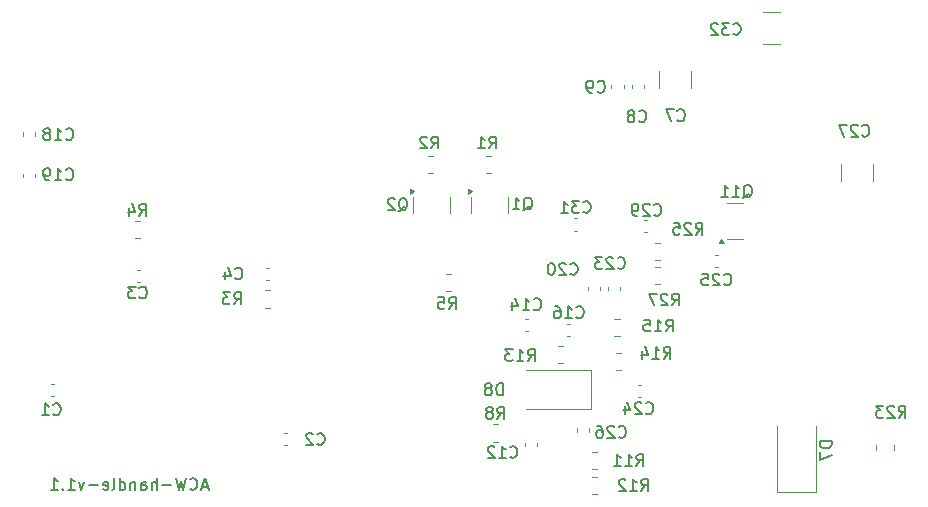
<source format=gbr>
%TF.GenerationSoftware,KiCad,Pcbnew,8.0.1-8.0.1-1~ubuntu22.04.1*%
%TF.CreationDate,2024-04-06T20:30:09+03:00*%
%TF.ProjectId,handle-module,68616e64-6c65-42d6-9d6f-64756c652e6b,rev?*%
%TF.SameCoordinates,Original*%
%TF.FileFunction,Legend,Bot*%
%TF.FilePolarity,Positive*%
%FSLAX46Y46*%
G04 Gerber Fmt 4.6, Leading zero omitted, Abs format (unit mm)*
G04 Created by KiCad (PCBNEW 8.0.1-8.0.1-1~ubuntu22.04.1) date 2024-04-06 20:30:09*
%MOMM*%
%LPD*%
G01*
G04 APERTURE LIST*
%ADD10C,0.150000*%
%ADD11C,0.120000*%
G04 APERTURE END LIST*
D10*
X75610839Y-118784104D02*
X75134649Y-118784104D01*
X75706077Y-119069819D02*
X75372744Y-118069819D01*
X75372744Y-118069819D02*
X75039411Y-119069819D01*
X74134649Y-118974580D02*
X74182268Y-119022200D01*
X74182268Y-119022200D02*
X74325125Y-119069819D01*
X74325125Y-119069819D02*
X74420363Y-119069819D01*
X74420363Y-119069819D02*
X74563220Y-119022200D01*
X74563220Y-119022200D02*
X74658458Y-118926961D01*
X74658458Y-118926961D02*
X74706077Y-118831723D01*
X74706077Y-118831723D02*
X74753696Y-118641247D01*
X74753696Y-118641247D02*
X74753696Y-118498390D01*
X74753696Y-118498390D02*
X74706077Y-118307914D01*
X74706077Y-118307914D02*
X74658458Y-118212676D01*
X74658458Y-118212676D02*
X74563220Y-118117438D01*
X74563220Y-118117438D02*
X74420363Y-118069819D01*
X74420363Y-118069819D02*
X74325125Y-118069819D01*
X74325125Y-118069819D02*
X74182268Y-118117438D01*
X74182268Y-118117438D02*
X74134649Y-118165057D01*
X73801315Y-118069819D02*
X73563220Y-119069819D01*
X73563220Y-119069819D02*
X73372744Y-118355533D01*
X73372744Y-118355533D02*
X73182268Y-119069819D01*
X73182268Y-119069819D02*
X72944173Y-118069819D01*
X72563220Y-118688866D02*
X71801316Y-118688866D01*
X71325125Y-119069819D02*
X71325125Y-118069819D01*
X70896554Y-119069819D02*
X70896554Y-118546009D01*
X70896554Y-118546009D02*
X70944173Y-118450771D01*
X70944173Y-118450771D02*
X71039411Y-118403152D01*
X71039411Y-118403152D02*
X71182268Y-118403152D01*
X71182268Y-118403152D02*
X71277506Y-118450771D01*
X71277506Y-118450771D02*
X71325125Y-118498390D01*
X69991792Y-119069819D02*
X69991792Y-118546009D01*
X69991792Y-118546009D02*
X70039411Y-118450771D01*
X70039411Y-118450771D02*
X70134649Y-118403152D01*
X70134649Y-118403152D02*
X70325125Y-118403152D01*
X70325125Y-118403152D02*
X70420363Y-118450771D01*
X69991792Y-119022200D02*
X70087030Y-119069819D01*
X70087030Y-119069819D02*
X70325125Y-119069819D01*
X70325125Y-119069819D02*
X70420363Y-119022200D01*
X70420363Y-119022200D02*
X70467982Y-118926961D01*
X70467982Y-118926961D02*
X70467982Y-118831723D01*
X70467982Y-118831723D02*
X70420363Y-118736485D01*
X70420363Y-118736485D02*
X70325125Y-118688866D01*
X70325125Y-118688866D02*
X70087030Y-118688866D01*
X70087030Y-118688866D02*
X69991792Y-118641247D01*
X69515601Y-118403152D02*
X69515601Y-119069819D01*
X69515601Y-118498390D02*
X69467982Y-118450771D01*
X69467982Y-118450771D02*
X69372744Y-118403152D01*
X69372744Y-118403152D02*
X69229887Y-118403152D01*
X69229887Y-118403152D02*
X69134649Y-118450771D01*
X69134649Y-118450771D02*
X69087030Y-118546009D01*
X69087030Y-118546009D02*
X69087030Y-119069819D01*
X68182268Y-119069819D02*
X68182268Y-118069819D01*
X68182268Y-119022200D02*
X68277506Y-119069819D01*
X68277506Y-119069819D02*
X68467982Y-119069819D01*
X68467982Y-119069819D02*
X68563220Y-119022200D01*
X68563220Y-119022200D02*
X68610839Y-118974580D01*
X68610839Y-118974580D02*
X68658458Y-118879342D01*
X68658458Y-118879342D02*
X68658458Y-118593628D01*
X68658458Y-118593628D02*
X68610839Y-118498390D01*
X68610839Y-118498390D02*
X68563220Y-118450771D01*
X68563220Y-118450771D02*
X68467982Y-118403152D01*
X68467982Y-118403152D02*
X68277506Y-118403152D01*
X68277506Y-118403152D02*
X68182268Y-118450771D01*
X67563220Y-119069819D02*
X67658458Y-119022200D01*
X67658458Y-119022200D02*
X67706077Y-118926961D01*
X67706077Y-118926961D02*
X67706077Y-118069819D01*
X66801315Y-119022200D02*
X66896553Y-119069819D01*
X66896553Y-119069819D02*
X67087029Y-119069819D01*
X67087029Y-119069819D02*
X67182267Y-119022200D01*
X67182267Y-119022200D02*
X67229886Y-118926961D01*
X67229886Y-118926961D02*
X67229886Y-118546009D01*
X67229886Y-118546009D02*
X67182267Y-118450771D01*
X67182267Y-118450771D02*
X67087029Y-118403152D01*
X67087029Y-118403152D02*
X66896553Y-118403152D01*
X66896553Y-118403152D02*
X66801315Y-118450771D01*
X66801315Y-118450771D02*
X66753696Y-118546009D01*
X66753696Y-118546009D02*
X66753696Y-118641247D01*
X66753696Y-118641247D02*
X67229886Y-118736485D01*
X66325124Y-118688866D02*
X65563220Y-118688866D01*
X65182267Y-118403152D02*
X64944172Y-119069819D01*
X64944172Y-119069819D02*
X64706077Y-118403152D01*
X63801315Y-119069819D02*
X64372743Y-119069819D01*
X64087029Y-119069819D02*
X64087029Y-118069819D01*
X64087029Y-118069819D02*
X64182267Y-118212676D01*
X64182267Y-118212676D02*
X64277505Y-118307914D01*
X64277505Y-118307914D02*
X64372743Y-118355533D01*
X63372743Y-118974580D02*
X63325124Y-119022200D01*
X63325124Y-119022200D02*
X63372743Y-119069819D01*
X63372743Y-119069819D02*
X63420362Y-119022200D01*
X63420362Y-119022200D02*
X63372743Y-118974580D01*
X63372743Y-118974580D02*
X63372743Y-119069819D01*
X62372744Y-119069819D02*
X62944172Y-119069819D01*
X62658458Y-119069819D02*
X62658458Y-118069819D01*
X62658458Y-118069819D02*
X62753696Y-118212676D01*
X62753696Y-118212676D02*
X62848934Y-118307914D01*
X62848934Y-118307914D02*
X62944172Y-118355533D01*
X114933344Y-103454819D02*
X115266677Y-102978628D01*
X115504772Y-103454819D02*
X115504772Y-102454819D01*
X115504772Y-102454819D02*
X115123820Y-102454819D01*
X115123820Y-102454819D02*
X115028582Y-102502438D01*
X115028582Y-102502438D02*
X114980963Y-102550057D01*
X114980963Y-102550057D02*
X114933344Y-102645295D01*
X114933344Y-102645295D02*
X114933344Y-102788152D01*
X114933344Y-102788152D02*
X114980963Y-102883390D01*
X114980963Y-102883390D02*
X115028582Y-102931009D01*
X115028582Y-102931009D02*
X115123820Y-102978628D01*
X115123820Y-102978628D02*
X115504772Y-102978628D01*
X114552391Y-102550057D02*
X114504772Y-102502438D01*
X114504772Y-102502438D02*
X114409534Y-102454819D01*
X114409534Y-102454819D02*
X114171439Y-102454819D01*
X114171439Y-102454819D02*
X114076201Y-102502438D01*
X114076201Y-102502438D02*
X114028582Y-102550057D01*
X114028582Y-102550057D02*
X113980963Y-102645295D01*
X113980963Y-102645295D02*
X113980963Y-102740533D01*
X113980963Y-102740533D02*
X114028582Y-102883390D01*
X114028582Y-102883390D02*
X114600010Y-103454819D01*
X114600010Y-103454819D02*
X113980963Y-103454819D01*
X113647629Y-102454819D02*
X112980963Y-102454819D01*
X112980963Y-102454819D02*
X113409534Y-103454819D01*
X91785725Y-95475057D02*
X91880963Y-95427438D01*
X91880963Y-95427438D02*
X91976201Y-95332200D01*
X91976201Y-95332200D02*
X92119058Y-95189342D01*
X92119058Y-95189342D02*
X92214296Y-95141723D01*
X92214296Y-95141723D02*
X92309534Y-95141723D01*
X92261915Y-95379819D02*
X92357153Y-95332200D01*
X92357153Y-95332200D02*
X92452391Y-95236961D01*
X92452391Y-95236961D02*
X92500010Y-95046485D01*
X92500010Y-95046485D02*
X92500010Y-94713152D01*
X92500010Y-94713152D02*
X92452391Y-94522676D01*
X92452391Y-94522676D02*
X92357153Y-94427438D01*
X92357153Y-94427438D02*
X92261915Y-94379819D01*
X92261915Y-94379819D02*
X92071439Y-94379819D01*
X92071439Y-94379819D02*
X91976201Y-94427438D01*
X91976201Y-94427438D02*
X91880963Y-94522676D01*
X91880963Y-94522676D02*
X91833344Y-94713152D01*
X91833344Y-94713152D02*
X91833344Y-95046485D01*
X91833344Y-95046485D02*
X91880963Y-95236961D01*
X91880963Y-95236961D02*
X91976201Y-95332200D01*
X91976201Y-95332200D02*
X92071439Y-95379819D01*
X92071439Y-95379819D02*
X92261915Y-95379819D01*
X91452391Y-94475057D02*
X91404772Y-94427438D01*
X91404772Y-94427438D02*
X91309534Y-94379819D01*
X91309534Y-94379819D02*
X91071439Y-94379819D01*
X91071439Y-94379819D02*
X90976201Y-94427438D01*
X90976201Y-94427438D02*
X90928582Y-94475057D01*
X90928582Y-94475057D02*
X90880963Y-94570295D01*
X90880963Y-94570295D02*
X90880963Y-94665533D01*
X90880963Y-94665533D02*
X90928582Y-94808390D01*
X90928582Y-94808390D02*
X91500010Y-95379819D01*
X91500010Y-95379819D02*
X90880963Y-95379819D01*
X63633344Y-92759580D02*
X63680963Y-92807200D01*
X63680963Y-92807200D02*
X63823820Y-92854819D01*
X63823820Y-92854819D02*
X63919058Y-92854819D01*
X63919058Y-92854819D02*
X64061915Y-92807200D01*
X64061915Y-92807200D02*
X64157153Y-92711961D01*
X64157153Y-92711961D02*
X64204772Y-92616723D01*
X64204772Y-92616723D02*
X64252391Y-92426247D01*
X64252391Y-92426247D02*
X64252391Y-92283390D01*
X64252391Y-92283390D02*
X64204772Y-92092914D01*
X64204772Y-92092914D02*
X64157153Y-91997676D01*
X64157153Y-91997676D02*
X64061915Y-91902438D01*
X64061915Y-91902438D02*
X63919058Y-91854819D01*
X63919058Y-91854819D02*
X63823820Y-91854819D01*
X63823820Y-91854819D02*
X63680963Y-91902438D01*
X63680963Y-91902438D02*
X63633344Y-91950057D01*
X62680963Y-92854819D02*
X63252391Y-92854819D01*
X62966677Y-92854819D02*
X62966677Y-91854819D01*
X62966677Y-91854819D02*
X63061915Y-91997676D01*
X63061915Y-91997676D02*
X63157153Y-92092914D01*
X63157153Y-92092914D02*
X63252391Y-92140533D01*
X62204772Y-92854819D02*
X62014296Y-92854819D01*
X62014296Y-92854819D02*
X61919058Y-92807200D01*
X61919058Y-92807200D02*
X61871439Y-92759580D01*
X61871439Y-92759580D02*
X61776201Y-92616723D01*
X61776201Y-92616723D02*
X61728582Y-92426247D01*
X61728582Y-92426247D02*
X61728582Y-92045295D01*
X61728582Y-92045295D02*
X61776201Y-91950057D01*
X61776201Y-91950057D02*
X61823820Y-91902438D01*
X61823820Y-91902438D02*
X61919058Y-91854819D01*
X61919058Y-91854819D02*
X62109534Y-91854819D01*
X62109534Y-91854819D02*
X62204772Y-91902438D01*
X62204772Y-91902438D02*
X62252391Y-91950057D01*
X62252391Y-91950057D02*
X62300010Y-92045295D01*
X62300010Y-92045295D02*
X62300010Y-92283390D01*
X62300010Y-92283390D02*
X62252391Y-92378628D01*
X62252391Y-92378628D02*
X62204772Y-92426247D01*
X62204772Y-92426247D02*
X62109534Y-92473866D01*
X62109534Y-92473866D02*
X61919058Y-92473866D01*
X61919058Y-92473866D02*
X61823820Y-92426247D01*
X61823820Y-92426247D02*
X61776201Y-92378628D01*
X61776201Y-92378628D02*
X61728582Y-92283390D01*
X114233344Y-107954819D02*
X114566677Y-107478628D01*
X114804772Y-107954819D02*
X114804772Y-106954819D01*
X114804772Y-106954819D02*
X114423820Y-106954819D01*
X114423820Y-106954819D02*
X114328582Y-107002438D01*
X114328582Y-107002438D02*
X114280963Y-107050057D01*
X114280963Y-107050057D02*
X114233344Y-107145295D01*
X114233344Y-107145295D02*
X114233344Y-107288152D01*
X114233344Y-107288152D02*
X114280963Y-107383390D01*
X114280963Y-107383390D02*
X114328582Y-107431009D01*
X114328582Y-107431009D02*
X114423820Y-107478628D01*
X114423820Y-107478628D02*
X114804772Y-107478628D01*
X113280963Y-107954819D02*
X113852391Y-107954819D01*
X113566677Y-107954819D02*
X113566677Y-106954819D01*
X113566677Y-106954819D02*
X113661915Y-107097676D01*
X113661915Y-107097676D02*
X113757153Y-107192914D01*
X113757153Y-107192914D02*
X113852391Y-107240533D01*
X112423820Y-107288152D02*
X112423820Y-107954819D01*
X112661915Y-106907200D02*
X112900010Y-107621485D01*
X112900010Y-107621485D02*
X112280963Y-107621485D01*
X115407153Y-87759580D02*
X115454772Y-87807200D01*
X115454772Y-87807200D02*
X115597629Y-87854819D01*
X115597629Y-87854819D02*
X115692867Y-87854819D01*
X115692867Y-87854819D02*
X115835724Y-87807200D01*
X115835724Y-87807200D02*
X115930962Y-87711961D01*
X115930962Y-87711961D02*
X115978581Y-87616723D01*
X115978581Y-87616723D02*
X116026200Y-87426247D01*
X116026200Y-87426247D02*
X116026200Y-87283390D01*
X116026200Y-87283390D02*
X115978581Y-87092914D01*
X115978581Y-87092914D02*
X115930962Y-86997676D01*
X115930962Y-86997676D02*
X115835724Y-86902438D01*
X115835724Y-86902438D02*
X115692867Y-86854819D01*
X115692867Y-86854819D02*
X115597629Y-86854819D01*
X115597629Y-86854819D02*
X115454772Y-86902438D01*
X115454772Y-86902438D02*
X115407153Y-86950057D01*
X115073819Y-86854819D02*
X114407153Y-86854819D01*
X114407153Y-86854819D02*
X114835724Y-87854819D01*
X112330357Y-119154819D02*
X112663690Y-118678628D01*
X112901785Y-119154819D02*
X112901785Y-118154819D01*
X112901785Y-118154819D02*
X112520833Y-118154819D01*
X112520833Y-118154819D02*
X112425595Y-118202438D01*
X112425595Y-118202438D02*
X112377976Y-118250057D01*
X112377976Y-118250057D02*
X112330357Y-118345295D01*
X112330357Y-118345295D02*
X112330357Y-118488152D01*
X112330357Y-118488152D02*
X112377976Y-118583390D01*
X112377976Y-118583390D02*
X112425595Y-118631009D01*
X112425595Y-118631009D02*
X112520833Y-118678628D01*
X112520833Y-118678628D02*
X112901785Y-118678628D01*
X111377976Y-119154819D02*
X111949404Y-119154819D01*
X111663690Y-119154819D02*
X111663690Y-118154819D01*
X111663690Y-118154819D02*
X111758928Y-118297676D01*
X111758928Y-118297676D02*
X111854166Y-118392914D01*
X111854166Y-118392914D02*
X111949404Y-118440533D01*
X110997023Y-118250057D02*
X110949404Y-118202438D01*
X110949404Y-118202438D02*
X110854166Y-118154819D01*
X110854166Y-118154819D02*
X110616071Y-118154819D01*
X110616071Y-118154819D02*
X110520833Y-118202438D01*
X110520833Y-118202438D02*
X110473214Y-118250057D01*
X110473214Y-118250057D02*
X110425595Y-118345295D01*
X110425595Y-118345295D02*
X110425595Y-118440533D01*
X110425595Y-118440533D02*
X110473214Y-118583390D01*
X110473214Y-118583390D02*
X111044642Y-119154819D01*
X111044642Y-119154819D02*
X110425595Y-119154819D01*
X106333344Y-100759580D02*
X106380963Y-100807200D01*
X106380963Y-100807200D02*
X106523820Y-100854819D01*
X106523820Y-100854819D02*
X106619058Y-100854819D01*
X106619058Y-100854819D02*
X106761915Y-100807200D01*
X106761915Y-100807200D02*
X106857153Y-100711961D01*
X106857153Y-100711961D02*
X106904772Y-100616723D01*
X106904772Y-100616723D02*
X106952391Y-100426247D01*
X106952391Y-100426247D02*
X106952391Y-100283390D01*
X106952391Y-100283390D02*
X106904772Y-100092914D01*
X106904772Y-100092914D02*
X106857153Y-99997676D01*
X106857153Y-99997676D02*
X106761915Y-99902438D01*
X106761915Y-99902438D02*
X106619058Y-99854819D01*
X106619058Y-99854819D02*
X106523820Y-99854819D01*
X106523820Y-99854819D02*
X106380963Y-99902438D01*
X106380963Y-99902438D02*
X106333344Y-99950057D01*
X105952391Y-99950057D02*
X105904772Y-99902438D01*
X105904772Y-99902438D02*
X105809534Y-99854819D01*
X105809534Y-99854819D02*
X105571439Y-99854819D01*
X105571439Y-99854819D02*
X105476201Y-99902438D01*
X105476201Y-99902438D02*
X105428582Y-99950057D01*
X105428582Y-99950057D02*
X105380963Y-100045295D01*
X105380963Y-100045295D02*
X105380963Y-100140533D01*
X105380963Y-100140533D02*
X105428582Y-100283390D01*
X105428582Y-100283390D02*
X106000010Y-100854819D01*
X106000010Y-100854819D02*
X105380963Y-100854819D01*
X104761915Y-99854819D02*
X104666677Y-99854819D01*
X104666677Y-99854819D02*
X104571439Y-99902438D01*
X104571439Y-99902438D02*
X104523820Y-99950057D01*
X104523820Y-99950057D02*
X104476201Y-100045295D01*
X104476201Y-100045295D02*
X104428582Y-100235771D01*
X104428582Y-100235771D02*
X104428582Y-100473866D01*
X104428582Y-100473866D02*
X104476201Y-100664342D01*
X104476201Y-100664342D02*
X104523820Y-100759580D01*
X104523820Y-100759580D02*
X104571439Y-100807200D01*
X104571439Y-100807200D02*
X104666677Y-100854819D01*
X104666677Y-100854819D02*
X104761915Y-100854819D01*
X104761915Y-100854819D02*
X104857153Y-100807200D01*
X104857153Y-100807200D02*
X104904772Y-100759580D01*
X104904772Y-100759580D02*
X104952391Y-100664342D01*
X104952391Y-100664342D02*
X105000010Y-100473866D01*
X105000010Y-100473866D02*
X105000010Y-100235771D01*
X105000010Y-100235771D02*
X104952391Y-100045295D01*
X104952391Y-100045295D02*
X104904772Y-99950057D01*
X104904772Y-99950057D02*
X104857153Y-99902438D01*
X104857153Y-99902438D02*
X104761915Y-99854819D01*
X102355725Y-95412557D02*
X102450963Y-95364938D01*
X102450963Y-95364938D02*
X102546201Y-95269700D01*
X102546201Y-95269700D02*
X102689058Y-95126842D01*
X102689058Y-95126842D02*
X102784296Y-95079223D01*
X102784296Y-95079223D02*
X102879534Y-95079223D01*
X102831915Y-95317319D02*
X102927153Y-95269700D01*
X102927153Y-95269700D02*
X103022391Y-95174461D01*
X103022391Y-95174461D02*
X103070010Y-94983985D01*
X103070010Y-94983985D02*
X103070010Y-94650652D01*
X103070010Y-94650652D02*
X103022391Y-94460176D01*
X103022391Y-94460176D02*
X102927153Y-94364938D01*
X102927153Y-94364938D02*
X102831915Y-94317319D01*
X102831915Y-94317319D02*
X102641439Y-94317319D01*
X102641439Y-94317319D02*
X102546201Y-94364938D01*
X102546201Y-94364938D02*
X102450963Y-94460176D01*
X102450963Y-94460176D02*
X102403344Y-94650652D01*
X102403344Y-94650652D02*
X102403344Y-94983985D01*
X102403344Y-94983985D02*
X102450963Y-95174461D01*
X102450963Y-95174461D02*
X102546201Y-95269700D01*
X102546201Y-95269700D02*
X102641439Y-95317319D01*
X102641439Y-95317319D02*
X102831915Y-95317319D01*
X101450963Y-95317319D02*
X102022391Y-95317319D01*
X101736677Y-95317319D02*
X101736677Y-94317319D01*
X101736677Y-94317319D02*
X101831915Y-94460176D01*
X101831915Y-94460176D02*
X101927153Y-94555414D01*
X101927153Y-94555414D02*
X102022391Y-94603033D01*
X112733344Y-112559580D02*
X112780963Y-112607200D01*
X112780963Y-112607200D02*
X112923820Y-112654819D01*
X112923820Y-112654819D02*
X113019058Y-112654819D01*
X113019058Y-112654819D02*
X113161915Y-112607200D01*
X113161915Y-112607200D02*
X113257153Y-112511961D01*
X113257153Y-112511961D02*
X113304772Y-112416723D01*
X113304772Y-112416723D02*
X113352391Y-112226247D01*
X113352391Y-112226247D02*
X113352391Y-112083390D01*
X113352391Y-112083390D02*
X113304772Y-111892914D01*
X113304772Y-111892914D02*
X113257153Y-111797676D01*
X113257153Y-111797676D02*
X113161915Y-111702438D01*
X113161915Y-111702438D02*
X113019058Y-111654819D01*
X113019058Y-111654819D02*
X112923820Y-111654819D01*
X112923820Y-111654819D02*
X112780963Y-111702438D01*
X112780963Y-111702438D02*
X112733344Y-111750057D01*
X112352391Y-111750057D02*
X112304772Y-111702438D01*
X112304772Y-111702438D02*
X112209534Y-111654819D01*
X112209534Y-111654819D02*
X111971439Y-111654819D01*
X111971439Y-111654819D02*
X111876201Y-111702438D01*
X111876201Y-111702438D02*
X111828582Y-111750057D01*
X111828582Y-111750057D02*
X111780963Y-111845295D01*
X111780963Y-111845295D02*
X111780963Y-111940533D01*
X111780963Y-111940533D02*
X111828582Y-112083390D01*
X111828582Y-112083390D02*
X112400010Y-112654819D01*
X112400010Y-112654819D02*
X111780963Y-112654819D01*
X110923820Y-111988152D02*
X110923820Y-112654819D01*
X111161915Y-111607200D02*
X111400010Y-112321485D01*
X111400010Y-112321485D02*
X110780963Y-112321485D01*
X101233344Y-116259580D02*
X101280963Y-116307200D01*
X101280963Y-116307200D02*
X101423820Y-116354819D01*
X101423820Y-116354819D02*
X101519058Y-116354819D01*
X101519058Y-116354819D02*
X101661915Y-116307200D01*
X101661915Y-116307200D02*
X101757153Y-116211961D01*
X101757153Y-116211961D02*
X101804772Y-116116723D01*
X101804772Y-116116723D02*
X101852391Y-115926247D01*
X101852391Y-115926247D02*
X101852391Y-115783390D01*
X101852391Y-115783390D02*
X101804772Y-115592914D01*
X101804772Y-115592914D02*
X101757153Y-115497676D01*
X101757153Y-115497676D02*
X101661915Y-115402438D01*
X101661915Y-115402438D02*
X101519058Y-115354819D01*
X101519058Y-115354819D02*
X101423820Y-115354819D01*
X101423820Y-115354819D02*
X101280963Y-115402438D01*
X101280963Y-115402438D02*
X101233344Y-115450057D01*
X100280963Y-116354819D02*
X100852391Y-116354819D01*
X100566677Y-116354819D02*
X100566677Y-115354819D01*
X100566677Y-115354819D02*
X100661915Y-115497676D01*
X100661915Y-115497676D02*
X100757153Y-115592914D01*
X100757153Y-115592914D02*
X100852391Y-115640533D01*
X99900010Y-115450057D02*
X99852391Y-115402438D01*
X99852391Y-115402438D02*
X99757153Y-115354819D01*
X99757153Y-115354819D02*
X99519058Y-115354819D01*
X99519058Y-115354819D02*
X99423820Y-115402438D01*
X99423820Y-115402438D02*
X99376201Y-115450057D01*
X99376201Y-115450057D02*
X99328582Y-115545295D01*
X99328582Y-115545295D02*
X99328582Y-115640533D01*
X99328582Y-115640533D02*
X99376201Y-115783390D01*
X99376201Y-115783390D02*
X99947629Y-116354819D01*
X99947629Y-116354819D02*
X99328582Y-116354819D01*
X84907153Y-115159580D02*
X84954772Y-115207200D01*
X84954772Y-115207200D02*
X85097629Y-115254819D01*
X85097629Y-115254819D02*
X85192867Y-115254819D01*
X85192867Y-115254819D02*
X85335724Y-115207200D01*
X85335724Y-115207200D02*
X85430962Y-115111961D01*
X85430962Y-115111961D02*
X85478581Y-115016723D01*
X85478581Y-115016723D02*
X85526200Y-114826247D01*
X85526200Y-114826247D02*
X85526200Y-114683390D01*
X85526200Y-114683390D02*
X85478581Y-114492914D01*
X85478581Y-114492914D02*
X85430962Y-114397676D01*
X85430962Y-114397676D02*
X85335724Y-114302438D01*
X85335724Y-114302438D02*
X85192867Y-114254819D01*
X85192867Y-114254819D02*
X85097629Y-114254819D01*
X85097629Y-114254819D02*
X84954772Y-114302438D01*
X84954772Y-114302438D02*
X84907153Y-114350057D01*
X84526200Y-114350057D02*
X84478581Y-114302438D01*
X84478581Y-114302438D02*
X84383343Y-114254819D01*
X84383343Y-114254819D02*
X84145248Y-114254819D01*
X84145248Y-114254819D02*
X84050010Y-114302438D01*
X84050010Y-114302438D02*
X84002391Y-114350057D01*
X84002391Y-114350057D02*
X83954772Y-114445295D01*
X83954772Y-114445295D02*
X83954772Y-114540533D01*
X83954772Y-114540533D02*
X84002391Y-114683390D01*
X84002391Y-114683390D02*
X84573819Y-115254819D01*
X84573819Y-115254819D02*
X83954772Y-115254819D01*
X100157153Y-113054819D02*
X100490486Y-112578628D01*
X100728581Y-113054819D02*
X100728581Y-112054819D01*
X100728581Y-112054819D02*
X100347629Y-112054819D01*
X100347629Y-112054819D02*
X100252391Y-112102438D01*
X100252391Y-112102438D02*
X100204772Y-112150057D01*
X100204772Y-112150057D02*
X100157153Y-112245295D01*
X100157153Y-112245295D02*
X100157153Y-112388152D01*
X100157153Y-112388152D02*
X100204772Y-112483390D01*
X100204772Y-112483390D02*
X100252391Y-112531009D01*
X100252391Y-112531009D02*
X100347629Y-112578628D01*
X100347629Y-112578628D02*
X100728581Y-112578628D01*
X99585724Y-112483390D02*
X99680962Y-112435771D01*
X99680962Y-112435771D02*
X99728581Y-112388152D01*
X99728581Y-112388152D02*
X99776200Y-112292914D01*
X99776200Y-112292914D02*
X99776200Y-112245295D01*
X99776200Y-112245295D02*
X99728581Y-112150057D01*
X99728581Y-112150057D02*
X99680962Y-112102438D01*
X99680962Y-112102438D02*
X99585724Y-112054819D01*
X99585724Y-112054819D02*
X99395248Y-112054819D01*
X99395248Y-112054819D02*
X99300010Y-112102438D01*
X99300010Y-112102438D02*
X99252391Y-112150057D01*
X99252391Y-112150057D02*
X99204772Y-112245295D01*
X99204772Y-112245295D02*
X99204772Y-112292914D01*
X99204772Y-112292914D02*
X99252391Y-112388152D01*
X99252391Y-112388152D02*
X99300010Y-112435771D01*
X99300010Y-112435771D02*
X99395248Y-112483390D01*
X99395248Y-112483390D02*
X99585724Y-112483390D01*
X99585724Y-112483390D02*
X99680962Y-112531009D01*
X99680962Y-112531009D02*
X99728581Y-112578628D01*
X99728581Y-112578628D02*
X99776200Y-112673866D01*
X99776200Y-112673866D02*
X99776200Y-112864342D01*
X99776200Y-112864342D02*
X99728581Y-112959580D01*
X99728581Y-112959580D02*
X99680962Y-113007200D01*
X99680962Y-113007200D02*
X99585724Y-113054819D01*
X99585724Y-113054819D02*
X99395248Y-113054819D01*
X99395248Y-113054819D02*
X99300010Y-113007200D01*
X99300010Y-113007200D02*
X99252391Y-112959580D01*
X99252391Y-112959580D02*
X99204772Y-112864342D01*
X99204772Y-112864342D02*
X99204772Y-112673866D01*
X99204772Y-112673866D02*
X99252391Y-112578628D01*
X99252391Y-112578628D02*
X99300010Y-112531009D01*
X99300010Y-112531009D02*
X99395248Y-112483390D01*
X102733344Y-108154819D02*
X103066677Y-107678628D01*
X103304772Y-108154819D02*
X103304772Y-107154819D01*
X103304772Y-107154819D02*
X102923820Y-107154819D01*
X102923820Y-107154819D02*
X102828582Y-107202438D01*
X102828582Y-107202438D02*
X102780963Y-107250057D01*
X102780963Y-107250057D02*
X102733344Y-107345295D01*
X102733344Y-107345295D02*
X102733344Y-107488152D01*
X102733344Y-107488152D02*
X102780963Y-107583390D01*
X102780963Y-107583390D02*
X102828582Y-107631009D01*
X102828582Y-107631009D02*
X102923820Y-107678628D01*
X102923820Y-107678628D02*
X103304772Y-107678628D01*
X101780963Y-108154819D02*
X102352391Y-108154819D01*
X102066677Y-108154819D02*
X102066677Y-107154819D01*
X102066677Y-107154819D02*
X102161915Y-107297676D01*
X102161915Y-107297676D02*
X102257153Y-107392914D01*
X102257153Y-107392914D02*
X102352391Y-107440533D01*
X101447629Y-107154819D02*
X100828582Y-107154819D01*
X100828582Y-107154819D02*
X101161915Y-107535771D01*
X101161915Y-107535771D02*
X101019058Y-107535771D01*
X101019058Y-107535771D02*
X100923820Y-107583390D01*
X100923820Y-107583390D02*
X100876201Y-107631009D01*
X100876201Y-107631009D02*
X100828582Y-107726247D01*
X100828582Y-107726247D02*
X100828582Y-107964342D01*
X100828582Y-107964342D02*
X100876201Y-108059580D01*
X100876201Y-108059580D02*
X100923820Y-108107200D01*
X100923820Y-108107200D02*
X101019058Y-108154819D01*
X101019058Y-108154819D02*
X101304772Y-108154819D01*
X101304772Y-108154819D02*
X101400010Y-108107200D01*
X101400010Y-108107200D02*
X101447629Y-108059580D01*
X112147153Y-87834580D02*
X112194772Y-87882200D01*
X112194772Y-87882200D02*
X112337629Y-87929819D01*
X112337629Y-87929819D02*
X112432867Y-87929819D01*
X112432867Y-87929819D02*
X112575724Y-87882200D01*
X112575724Y-87882200D02*
X112670962Y-87786961D01*
X112670962Y-87786961D02*
X112718581Y-87691723D01*
X112718581Y-87691723D02*
X112766200Y-87501247D01*
X112766200Y-87501247D02*
X112766200Y-87358390D01*
X112766200Y-87358390D02*
X112718581Y-87167914D01*
X112718581Y-87167914D02*
X112670962Y-87072676D01*
X112670962Y-87072676D02*
X112575724Y-86977438D01*
X112575724Y-86977438D02*
X112432867Y-86929819D01*
X112432867Y-86929819D02*
X112337629Y-86929819D01*
X112337629Y-86929819D02*
X112194772Y-86977438D01*
X112194772Y-86977438D02*
X112147153Y-87025057D01*
X111575724Y-87358390D02*
X111670962Y-87310771D01*
X111670962Y-87310771D02*
X111718581Y-87263152D01*
X111718581Y-87263152D02*
X111766200Y-87167914D01*
X111766200Y-87167914D02*
X111766200Y-87120295D01*
X111766200Y-87120295D02*
X111718581Y-87025057D01*
X111718581Y-87025057D02*
X111670962Y-86977438D01*
X111670962Y-86977438D02*
X111575724Y-86929819D01*
X111575724Y-86929819D02*
X111385248Y-86929819D01*
X111385248Y-86929819D02*
X111290010Y-86977438D01*
X111290010Y-86977438D02*
X111242391Y-87025057D01*
X111242391Y-87025057D02*
X111194772Y-87120295D01*
X111194772Y-87120295D02*
X111194772Y-87167914D01*
X111194772Y-87167914D02*
X111242391Y-87263152D01*
X111242391Y-87263152D02*
X111290010Y-87310771D01*
X111290010Y-87310771D02*
X111385248Y-87358390D01*
X111385248Y-87358390D02*
X111575724Y-87358390D01*
X111575724Y-87358390D02*
X111670962Y-87406009D01*
X111670962Y-87406009D02*
X111718581Y-87453628D01*
X111718581Y-87453628D02*
X111766200Y-87548866D01*
X111766200Y-87548866D02*
X111766200Y-87739342D01*
X111766200Y-87739342D02*
X111718581Y-87834580D01*
X111718581Y-87834580D02*
X111670962Y-87882200D01*
X111670962Y-87882200D02*
X111575724Y-87929819D01*
X111575724Y-87929819D02*
X111385248Y-87929819D01*
X111385248Y-87929819D02*
X111290010Y-87882200D01*
X111290010Y-87882200D02*
X111242391Y-87834580D01*
X111242391Y-87834580D02*
X111194772Y-87739342D01*
X111194772Y-87739342D02*
X111194772Y-87548866D01*
X111194772Y-87548866D02*
X111242391Y-87453628D01*
X111242391Y-87453628D02*
X111290010Y-87406009D01*
X111290010Y-87406009D02*
X111385248Y-87358390D01*
X108647153Y-85334580D02*
X108694772Y-85382200D01*
X108694772Y-85382200D02*
X108837629Y-85429819D01*
X108837629Y-85429819D02*
X108932867Y-85429819D01*
X108932867Y-85429819D02*
X109075724Y-85382200D01*
X109075724Y-85382200D02*
X109170962Y-85286961D01*
X109170962Y-85286961D02*
X109218581Y-85191723D01*
X109218581Y-85191723D02*
X109266200Y-85001247D01*
X109266200Y-85001247D02*
X109266200Y-84858390D01*
X109266200Y-84858390D02*
X109218581Y-84667914D01*
X109218581Y-84667914D02*
X109170962Y-84572676D01*
X109170962Y-84572676D02*
X109075724Y-84477438D01*
X109075724Y-84477438D02*
X108932867Y-84429819D01*
X108932867Y-84429819D02*
X108837629Y-84429819D01*
X108837629Y-84429819D02*
X108694772Y-84477438D01*
X108694772Y-84477438D02*
X108647153Y-84525057D01*
X108170962Y-85429819D02*
X107980486Y-85429819D01*
X107980486Y-85429819D02*
X107885248Y-85382200D01*
X107885248Y-85382200D02*
X107837629Y-85334580D01*
X107837629Y-85334580D02*
X107742391Y-85191723D01*
X107742391Y-85191723D02*
X107694772Y-85001247D01*
X107694772Y-85001247D02*
X107694772Y-84620295D01*
X107694772Y-84620295D02*
X107742391Y-84525057D01*
X107742391Y-84525057D02*
X107790010Y-84477438D01*
X107790010Y-84477438D02*
X107885248Y-84429819D01*
X107885248Y-84429819D02*
X108075724Y-84429819D01*
X108075724Y-84429819D02*
X108170962Y-84477438D01*
X108170962Y-84477438D02*
X108218581Y-84525057D01*
X108218581Y-84525057D02*
X108266200Y-84620295D01*
X108266200Y-84620295D02*
X108266200Y-84858390D01*
X108266200Y-84858390D02*
X108218581Y-84953628D01*
X108218581Y-84953628D02*
X108170962Y-85001247D01*
X108170962Y-85001247D02*
X108075724Y-85048866D01*
X108075724Y-85048866D02*
X107885248Y-85048866D01*
X107885248Y-85048866D02*
X107790010Y-85001247D01*
X107790010Y-85001247D02*
X107742391Y-84953628D01*
X107742391Y-84953628D02*
X107694772Y-84858390D01*
X111930357Y-117054819D02*
X112263690Y-116578628D01*
X112501785Y-117054819D02*
X112501785Y-116054819D01*
X112501785Y-116054819D02*
X112120833Y-116054819D01*
X112120833Y-116054819D02*
X112025595Y-116102438D01*
X112025595Y-116102438D02*
X111977976Y-116150057D01*
X111977976Y-116150057D02*
X111930357Y-116245295D01*
X111930357Y-116245295D02*
X111930357Y-116388152D01*
X111930357Y-116388152D02*
X111977976Y-116483390D01*
X111977976Y-116483390D02*
X112025595Y-116531009D01*
X112025595Y-116531009D02*
X112120833Y-116578628D01*
X112120833Y-116578628D02*
X112501785Y-116578628D01*
X110977976Y-117054819D02*
X111549404Y-117054819D01*
X111263690Y-117054819D02*
X111263690Y-116054819D01*
X111263690Y-116054819D02*
X111358928Y-116197676D01*
X111358928Y-116197676D02*
X111454166Y-116292914D01*
X111454166Y-116292914D02*
X111549404Y-116340533D01*
X110025595Y-117054819D02*
X110597023Y-117054819D01*
X110311309Y-117054819D02*
X110311309Y-116054819D01*
X110311309Y-116054819D02*
X110406547Y-116197676D01*
X110406547Y-116197676D02*
X110501785Y-116292914D01*
X110501785Y-116292914D02*
X110597023Y-116340533D01*
X77957153Y-101159580D02*
X78004772Y-101207200D01*
X78004772Y-101207200D02*
X78147629Y-101254819D01*
X78147629Y-101254819D02*
X78242867Y-101254819D01*
X78242867Y-101254819D02*
X78385724Y-101207200D01*
X78385724Y-101207200D02*
X78480962Y-101111961D01*
X78480962Y-101111961D02*
X78528581Y-101016723D01*
X78528581Y-101016723D02*
X78576200Y-100826247D01*
X78576200Y-100826247D02*
X78576200Y-100683390D01*
X78576200Y-100683390D02*
X78528581Y-100492914D01*
X78528581Y-100492914D02*
X78480962Y-100397676D01*
X78480962Y-100397676D02*
X78385724Y-100302438D01*
X78385724Y-100302438D02*
X78242867Y-100254819D01*
X78242867Y-100254819D02*
X78147629Y-100254819D01*
X78147629Y-100254819D02*
X78004772Y-100302438D01*
X78004772Y-100302438D02*
X77957153Y-100350057D01*
X77100010Y-100588152D02*
X77100010Y-101254819D01*
X77338105Y-100207200D02*
X77576200Y-100921485D01*
X77576200Y-100921485D02*
X76957153Y-100921485D01*
X110333344Y-100259580D02*
X110380963Y-100307200D01*
X110380963Y-100307200D02*
X110523820Y-100354819D01*
X110523820Y-100354819D02*
X110619058Y-100354819D01*
X110619058Y-100354819D02*
X110761915Y-100307200D01*
X110761915Y-100307200D02*
X110857153Y-100211961D01*
X110857153Y-100211961D02*
X110904772Y-100116723D01*
X110904772Y-100116723D02*
X110952391Y-99926247D01*
X110952391Y-99926247D02*
X110952391Y-99783390D01*
X110952391Y-99783390D02*
X110904772Y-99592914D01*
X110904772Y-99592914D02*
X110857153Y-99497676D01*
X110857153Y-99497676D02*
X110761915Y-99402438D01*
X110761915Y-99402438D02*
X110619058Y-99354819D01*
X110619058Y-99354819D02*
X110523820Y-99354819D01*
X110523820Y-99354819D02*
X110380963Y-99402438D01*
X110380963Y-99402438D02*
X110333344Y-99450057D01*
X109952391Y-99450057D02*
X109904772Y-99402438D01*
X109904772Y-99402438D02*
X109809534Y-99354819D01*
X109809534Y-99354819D02*
X109571439Y-99354819D01*
X109571439Y-99354819D02*
X109476201Y-99402438D01*
X109476201Y-99402438D02*
X109428582Y-99450057D01*
X109428582Y-99450057D02*
X109380963Y-99545295D01*
X109380963Y-99545295D02*
X109380963Y-99640533D01*
X109380963Y-99640533D02*
X109428582Y-99783390D01*
X109428582Y-99783390D02*
X110000010Y-100354819D01*
X110000010Y-100354819D02*
X109380963Y-100354819D01*
X109047629Y-99354819D02*
X108428582Y-99354819D01*
X108428582Y-99354819D02*
X108761915Y-99735771D01*
X108761915Y-99735771D02*
X108619058Y-99735771D01*
X108619058Y-99735771D02*
X108523820Y-99783390D01*
X108523820Y-99783390D02*
X108476201Y-99831009D01*
X108476201Y-99831009D02*
X108428582Y-99926247D01*
X108428582Y-99926247D02*
X108428582Y-100164342D01*
X108428582Y-100164342D02*
X108476201Y-100259580D01*
X108476201Y-100259580D02*
X108523820Y-100307200D01*
X108523820Y-100307200D02*
X108619058Y-100354819D01*
X108619058Y-100354819D02*
X108904772Y-100354819D01*
X108904772Y-100354819D02*
X109000010Y-100307200D01*
X109000010Y-100307200D02*
X109047629Y-100259580D01*
X119342857Y-101659580D02*
X119390476Y-101707200D01*
X119390476Y-101707200D02*
X119533333Y-101754819D01*
X119533333Y-101754819D02*
X119628571Y-101754819D01*
X119628571Y-101754819D02*
X119771428Y-101707200D01*
X119771428Y-101707200D02*
X119866666Y-101611961D01*
X119866666Y-101611961D02*
X119914285Y-101516723D01*
X119914285Y-101516723D02*
X119961904Y-101326247D01*
X119961904Y-101326247D02*
X119961904Y-101183390D01*
X119961904Y-101183390D02*
X119914285Y-100992914D01*
X119914285Y-100992914D02*
X119866666Y-100897676D01*
X119866666Y-100897676D02*
X119771428Y-100802438D01*
X119771428Y-100802438D02*
X119628571Y-100754819D01*
X119628571Y-100754819D02*
X119533333Y-100754819D01*
X119533333Y-100754819D02*
X119390476Y-100802438D01*
X119390476Y-100802438D02*
X119342857Y-100850057D01*
X118961904Y-100850057D02*
X118914285Y-100802438D01*
X118914285Y-100802438D02*
X118819047Y-100754819D01*
X118819047Y-100754819D02*
X118580952Y-100754819D01*
X118580952Y-100754819D02*
X118485714Y-100802438D01*
X118485714Y-100802438D02*
X118438095Y-100850057D01*
X118438095Y-100850057D02*
X118390476Y-100945295D01*
X118390476Y-100945295D02*
X118390476Y-101040533D01*
X118390476Y-101040533D02*
X118438095Y-101183390D01*
X118438095Y-101183390D02*
X119009523Y-101754819D01*
X119009523Y-101754819D02*
X118390476Y-101754819D01*
X117485714Y-100754819D02*
X117961904Y-100754819D01*
X117961904Y-100754819D02*
X118009523Y-101231009D01*
X118009523Y-101231009D02*
X117961904Y-101183390D01*
X117961904Y-101183390D02*
X117866666Y-101135771D01*
X117866666Y-101135771D02*
X117628571Y-101135771D01*
X117628571Y-101135771D02*
X117533333Y-101183390D01*
X117533333Y-101183390D02*
X117485714Y-101231009D01*
X117485714Y-101231009D02*
X117438095Y-101326247D01*
X117438095Y-101326247D02*
X117438095Y-101564342D01*
X117438095Y-101564342D02*
X117485714Y-101659580D01*
X117485714Y-101659580D02*
X117533333Y-101707200D01*
X117533333Y-101707200D02*
X117628571Y-101754819D01*
X117628571Y-101754819D02*
X117866666Y-101754819D01*
X117866666Y-101754819D02*
X117961904Y-101707200D01*
X117961904Y-101707200D02*
X118009523Y-101659580D01*
X96057153Y-103754819D02*
X96390486Y-103278628D01*
X96628581Y-103754819D02*
X96628581Y-102754819D01*
X96628581Y-102754819D02*
X96247629Y-102754819D01*
X96247629Y-102754819D02*
X96152391Y-102802438D01*
X96152391Y-102802438D02*
X96104772Y-102850057D01*
X96104772Y-102850057D02*
X96057153Y-102945295D01*
X96057153Y-102945295D02*
X96057153Y-103088152D01*
X96057153Y-103088152D02*
X96104772Y-103183390D01*
X96104772Y-103183390D02*
X96152391Y-103231009D01*
X96152391Y-103231009D02*
X96247629Y-103278628D01*
X96247629Y-103278628D02*
X96628581Y-103278628D01*
X95152391Y-102754819D02*
X95628581Y-102754819D01*
X95628581Y-102754819D02*
X95676200Y-103231009D01*
X95676200Y-103231009D02*
X95628581Y-103183390D01*
X95628581Y-103183390D02*
X95533343Y-103135771D01*
X95533343Y-103135771D02*
X95295248Y-103135771D01*
X95295248Y-103135771D02*
X95200010Y-103183390D01*
X95200010Y-103183390D02*
X95152391Y-103231009D01*
X95152391Y-103231009D02*
X95104772Y-103326247D01*
X95104772Y-103326247D02*
X95104772Y-103564342D01*
X95104772Y-103564342D02*
X95152391Y-103659580D01*
X95152391Y-103659580D02*
X95200010Y-103707200D01*
X95200010Y-103707200D02*
X95295248Y-103754819D01*
X95295248Y-103754819D02*
X95533343Y-103754819D01*
X95533343Y-103754819D02*
X95628581Y-103707200D01*
X95628581Y-103707200D02*
X95676200Y-103659580D01*
X62557153Y-112659580D02*
X62604772Y-112707200D01*
X62604772Y-112707200D02*
X62747629Y-112754819D01*
X62747629Y-112754819D02*
X62842867Y-112754819D01*
X62842867Y-112754819D02*
X62985724Y-112707200D01*
X62985724Y-112707200D02*
X63080962Y-112611961D01*
X63080962Y-112611961D02*
X63128581Y-112516723D01*
X63128581Y-112516723D02*
X63176200Y-112326247D01*
X63176200Y-112326247D02*
X63176200Y-112183390D01*
X63176200Y-112183390D02*
X63128581Y-111992914D01*
X63128581Y-111992914D02*
X63080962Y-111897676D01*
X63080962Y-111897676D02*
X62985724Y-111802438D01*
X62985724Y-111802438D02*
X62842867Y-111754819D01*
X62842867Y-111754819D02*
X62747629Y-111754819D01*
X62747629Y-111754819D02*
X62604772Y-111802438D01*
X62604772Y-111802438D02*
X62557153Y-111850057D01*
X61604772Y-112754819D02*
X62176200Y-112754819D01*
X61890486Y-112754819D02*
X61890486Y-111754819D01*
X61890486Y-111754819D02*
X61985724Y-111897676D01*
X61985724Y-111897676D02*
X62080962Y-111992914D01*
X62080962Y-111992914D02*
X62176200Y-112040533D01*
X114433344Y-105654819D02*
X114766677Y-105178628D01*
X115004772Y-105654819D02*
X115004772Y-104654819D01*
X115004772Y-104654819D02*
X114623820Y-104654819D01*
X114623820Y-104654819D02*
X114528582Y-104702438D01*
X114528582Y-104702438D02*
X114480963Y-104750057D01*
X114480963Y-104750057D02*
X114433344Y-104845295D01*
X114433344Y-104845295D02*
X114433344Y-104988152D01*
X114433344Y-104988152D02*
X114480963Y-105083390D01*
X114480963Y-105083390D02*
X114528582Y-105131009D01*
X114528582Y-105131009D02*
X114623820Y-105178628D01*
X114623820Y-105178628D02*
X115004772Y-105178628D01*
X113480963Y-105654819D02*
X114052391Y-105654819D01*
X113766677Y-105654819D02*
X113766677Y-104654819D01*
X113766677Y-104654819D02*
X113861915Y-104797676D01*
X113861915Y-104797676D02*
X113957153Y-104892914D01*
X113957153Y-104892914D02*
X114052391Y-104940533D01*
X112576201Y-104654819D02*
X113052391Y-104654819D01*
X113052391Y-104654819D02*
X113100010Y-105131009D01*
X113100010Y-105131009D02*
X113052391Y-105083390D01*
X113052391Y-105083390D02*
X112957153Y-105035771D01*
X112957153Y-105035771D02*
X112719058Y-105035771D01*
X112719058Y-105035771D02*
X112623820Y-105083390D01*
X112623820Y-105083390D02*
X112576201Y-105131009D01*
X112576201Y-105131009D02*
X112528582Y-105226247D01*
X112528582Y-105226247D02*
X112528582Y-105464342D01*
X112528582Y-105464342D02*
X112576201Y-105559580D01*
X112576201Y-105559580D02*
X112623820Y-105607200D01*
X112623820Y-105607200D02*
X112719058Y-105654819D01*
X112719058Y-105654819D02*
X112957153Y-105654819D01*
X112957153Y-105654819D02*
X113052391Y-105607200D01*
X113052391Y-105607200D02*
X113100010Y-105559580D01*
X99457153Y-90154819D02*
X99790486Y-89678628D01*
X100028581Y-90154819D02*
X100028581Y-89154819D01*
X100028581Y-89154819D02*
X99647629Y-89154819D01*
X99647629Y-89154819D02*
X99552391Y-89202438D01*
X99552391Y-89202438D02*
X99504772Y-89250057D01*
X99504772Y-89250057D02*
X99457153Y-89345295D01*
X99457153Y-89345295D02*
X99457153Y-89488152D01*
X99457153Y-89488152D02*
X99504772Y-89583390D01*
X99504772Y-89583390D02*
X99552391Y-89631009D01*
X99552391Y-89631009D02*
X99647629Y-89678628D01*
X99647629Y-89678628D02*
X100028581Y-89678628D01*
X98504772Y-90154819D02*
X99076200Y-90154819D01*
X98790486Y-90154819D02*
X98790486Y-89154819D01*
X98790486Y-89154819D02*
X98885724Y-89297676D01*
X98885724Y-89297676D02*
X98980962Y-89392914D01*
X98980962Y-89392914D02*
X99076200Y-89440533D01*
X113433344Y-95759580D02*
X113480963Y-95807200D01*
X113480963Y-95807200D02*
X113623820Y-95854819D01*
X113623820Y-95854819D02*
X113719058Y-95854819D01*
X113719058Y-95854819D02*
X113861915Y-95807200D01*
X113861915Y-95807200D02*
X113957153Y-95711961D01*
X113957153Y-95711961D02*
X114004772Y-95616723D01*
X114004772Y-95616723D02*
X114052391Y-95426247D01*
X114052391Y-95426247D02*
X114052391Y-95283390D01*
X114052391Y-95283390D02*
X114004772Y-95092914D01*
X114004772Y-95092914D02*
X113957153Y-94997676D01*
X113957153Y-94997676D02*
X113861915Y-94902438D01*
X113861915Y-94902438D02*
X113719058Y-94854819D01*
X113719058Y-94854819D02*
X113623820Y-94854819D01*
X113623820Y-94854819D02*
X113480963Y-94902438D01*
X113480963Y-94902438D02*
X113433344Y-94950057D01*
X113052391Y-94950057D02*
X113004772Y-94902438D01*
X113004772Y-94902438D02*
X112909534Y-94854819D01*
X112909534Y-94854819D02*
X112671439Y-94854819D01*
X112671439Y-94854819D02*
X112576201Y-94902438D01*
X112576201Y-94902438D02*
X112528582Y-94950057D01*
X112528582Y-94950057D02*
X112480963Y-95045295D01*
X112480963Y-95045295D02*
X112480963Y-95140533D01*
X112480963Y-95140533D02*
X112528582Y-95283390D01*
X112528582Y-95283390D02*
X113100010Y-95854819D01*
X113100010Y-95854819D02*
X112480963Y-95854819D01*
X112004772Y-95854819D02*
X111814296Y-95854819D01*
X111814296Y-95854819D02*
X111719058Y-95807200D01*
X111719058Y-95807200D02*
X111671439Y-95759580D01*
X111671439Y-95759580D02*
X111576201Y-95616723D01*
X111576201Y-95616723D02*
X111528582Y-95426247D01*
X111528582Y-95426247D02*
X111528582Y-95045295D01*
X111528582Y-95045295D02*
X111576201Y-94950057D01*
X111576201Y-94950057D02*
X111623820Y-94902438D01*
X111623820Y-94902438D02*
X111719058Y-94854819D01*
X111719058Y-94854819D02*
X111909534Y-94854819D01*
X111909534Y-94854819D02*
X112004772Y-94902438D01*
X112004772Y-94902438D02*
X112052391Y-94950057D01*
X112052391Y-94950057D02*
X112100010Y-95045295D01*
X112100010Y-95045295D02*
X112100010Y-95283390D01*
X112100010Y-95283390D02*
X112052391Y-95378628D01*
X112052391Y-95378628D02*
X112004772Y-95426247D01*
X112004772Y-95426247D02*
X111909534Y-95473866D01*
X111909534Y-95473866D02*
X111719058Y-95473866D01*
X111719058Y-95473866D02*
X111623820Y-95426247D01*
X111623820Y-95426247D02*
X111576201Y-95378628D01*
X111576201Y-95378628D02*
X111528582Y-95283390D01*
X63633344Y-89359580D02*
X63680963Y-89407200D01*
X63680963Y-89407200D02*
X63823820Y-89454819D01*
X63823820Y-89454819D02*
X63919058Y-89454819D01*
X63919058Y-89454819D02*
X64061915Y-89407200D01*
X64061915Y-89407200D02*
X64157153Y-89311961D01*
X64157153Y-89311961D02*
X64204772Y-89216723D01*
X64204772Y-89216723D02*
X64252391Y-89026247D01*
X64252391Y-89026247D02*
X64252391Y-88883390D01*
X64252391Y-88883390D02*
X64204772Y-88692914D01*
X64204772Y-88692914D02*
X64157153Y-88597676D01*
X64157153Y-88597676D02*
X64061915Y-88502438D01*
X64061915Y-88502438D02*
X63919058Y-88454819D01*
X63919058Y-88454819D02*
X63823820Y-88454819D01*
X63823820Y-88454819D02*
X63680963Y-88502438D01*
X63680963Y-88502438D02*
X63633344Y-88550057D01*
X62680963Y-89454819D02*
X63252391Y-89454819D01*
X62966677Y-89454819D02*
X62966677Y-88454819D01*
X62966677Y-88454819D02*
X63061915Y-88597676D01*
X63061915Y-88597676D02*
X63157153Y-88692914D01*
X63157153Y-88692914D02*
X63252391Y-88740533D01*
X62109534Y-88883390D02*
X62204772Y-88835771D01*
X62204772Y-88835771D02*
X62252391Y-88788152D01*
X62252391Y-88788152D02*
X62300010Y-88692914D01*
X62300010Y-88692914D02*
X62300010Y-88645295D01*
X62300010Y-88645295D02*
X62252391Y-88550057D01*
X62252391Y-88550057D02*
X62204772Y-88502438D01*
X62204772Y-88502438D02*
X62109534Y-88454819D01*
X62109534Y-88454819D02*
X61919058Y-88454819D01*
X61919058Y-88454819D02*
X61823820Y-88502438D01*
X61823820Y-88502438D02*
X61776201Y-88550057D01*
X61776201Y-88550057D02*
X61728582Y-88645295D01*
X61728582Y-88645295D02*
X61728582Y-88692914D01*
X61728582Y-88692914D02*
X61776201Y-88788152D01*
X61776201Y-88788152D02*
X61823820Y-88835771D01*
X61823820Y-88835771D02*
X61919058Y-88883390D01*
X61919058Y-88883390D02*
X62109534Y-88883390D01*
X62109534Y-88883390D02*
X62204772Y-88931009D01*
X62204772Y-88931009D02*
X62252391Y-88978628D01*
X62252391Y-88978628D02*
X62300010Y-89073866D01*
X62300010Y-89073866D02*
X62300010Y-89264342D01*
X62300010Y-89264342D02*
X62252391Y-89359580D01*
X62252391Y-89359580D02*
X62204772Y-89407200D01*
X62204772Y-89407200D02*
X62109534Y-89454819D01*
X62109534Y-89454819D02*
X61919058Y-89454819D01*
X61919058Y-89454819D02*
X61823820Y-89407200D01*
X61823820Y-89407200D02*
X61776201Y-89359580D01*
X61776201Y-89359580D02*
X61728582Y-89264342D01*
X61728582Y-89264342D02*
X61728582Y-89073866D01*
X61728582Y-89073866D02*
X61776201Y-88978628D01*
X61776201Y-88978628D02*
X61823820Y-88931009D01*
X61823820Y-88931009D02*
X61919058Y-88883390D01*
X69857153Y-102759580D02*
X69904772Y-102807200D01*
X69904772Y-102807200D02*
X70047629Y-102854819D01*
X70047629Y-102854819D02*
X70142867Y-102854819D01*
X70142867Y-102854819D02*
X70285724Y-102807200D01*
X70285724Y-102807200D02*
X70380962Y-102711961D01*
X70380962Y-102711961D02*
X70428581Y-102616723D01*
X70428581Y-102616723D02*
X70476200Y-102426247D01*
X70476200Y-102426247D02*
X70476200Y-102283390D01*
X70476200Y-102283390D02*
X70428581Y-102092914D01*
X70428581Y-102092914D02*
X70380962Y-101997676D01*
X70380962Y-101997676D02*
X70285724Y-101902438D01*
X70285724Y-101902438D02*
X70142867Y-101854819D01*
X70142867Y-101854819D02*
X70047629Y-101854819D01*
X70047629Y-101854819D02*
X69904772Y-101902438D01*
X69904772Y-101902438D02*
X69857153Y-101950057D01*
X69523819Y-101854819D02*
X68904772Y-101854819D01*
X68904772Y-101854819D02*
X69238105Y-102235771D01*
X69238105Y-102235771D02*
X69095248Y-102235771D01*
X69095248Y-102235771D02*
X69000010Y-102283390D01*
X69000010Y-102283390D02*
X68952391Y-102331009D01*
X68952391Y-102331009D02*
X68904772Y-102426247D01*
X68904772Y-102426247D02*
X68904772Y-102664342D01*
X68904772Y-102664342D02*
X68952391Y-102759580D01*
X68952391Y-102759580D02*
X69000010Y-102807200D01*
X69000010Y-102807200D02*
X69095248Y-102854819D01*
X69095248Y-102854819D02*
X69380962Y-102854819D01*
X69380962Y-102854819D02*
X69476200Y-102807200D01*
X69476200Y-102807200D02*
X69523819Y-102759580D01*
X120133344Y-80459580D02*
X120180963Y-80507200D01*
X120180963Y-80507200D02*
X120323820Y-80554819D01*
X120323820Y-80554819D02*
X120419058Y-80554819D01*
X120419058Y-80554819D02*
X120561915Y-80507200D01*
X120561915Y-80507200D02*
X120657153Y-80411961D01*
X120657153Y-80411961D02*
X120704772Y-80316723D01*
X120704772Y-80316723D02*
X120752391Y-80126247D01*
X120752391Y-80126247D02*
X120752391Y-79983390D01*
X120752391Y-79983390D02*
X120704772Y-79792914D01*
X120704772Y-79792914D02*
X120657153Y-79697676D01*
X120657153Y-79697676D02*
X120561915Y-79602438D01*
X120561915Y-79602438D02*
X120419058Y-79554819D01*
X120419058Y-79554819D02*
X120323820Y-79554819D01*
X120323820Y-79554819D02*
X120180963Y-79602438D01*
X120180963Y-79602438D02*
X120133344Y-79650057D01*
X119800010Y-79554819D02*
X119180963Y-79554819D01*
X119180963Y-79554819D02*
X119514296Y-79935771D01*
X119514296Y-79935771D02*
X119371439Y-79935771D01*
X119371439Y-79935771D02*
X119276201Y-79983390D01*
X119276201Y-79983390D02*
X119228582Y-80031009D01*
X119228582Y-80031009D02*
X119180963Y-80126247D01*
X119180963Y-80126247D02*
X119180963Y-80364342D01*
X119180963Y-80364342D02*
X119228582Y-80459580D01*
X119228582Y-80459580D02*
X119276201Y-80507200D01*
X119276201Y-80507200D02*
X119371439Y-80554819D01*
X119371439Y-80554819D02*
X119657153Y-80554819D01*
X119657153Y-80554819D02*
X119752391Y-80507200D01*
X119752391Y-80507200D02*
X119800010Y-80459580D01*
X118800010Y-79650057D02*
X118752391Y-79602438D01*
X118752391Y-79602438D02*
X118657153Y-79554819D01*
X118657153Y-79554819D02*
X118419058Y-79554819D01*
X118419058Y-79554819D02*
X118323820Y-79602438D01*
X118323820Y-79602438D02*
X118276201Y-79650057D01*
X118276201Y-79650057D02*
X118228582Y-79745295D01*
X118228582Y-79745295D02*
X118228582Y-79840533D01*
X118228582Y-79840533D02*
X118276201Y-79983390D01*
X118276201Y-79983390D02*
X118847629Y-80554819D01*
X118847629Y-80554819D02*
X118228582Y-80554819D01*
X120961915Y-94350057D02*
X121057153Y-94302438D01*
X121057153Y-94302438D02*
X121152391Y-94207200D01*
X121152391Y-94207200D02*
X121295248Y-94064342D01*
X121295248Y-94064342D02*
X121390486Y-94016723D01*
X121390486Y-94016723D02*
X121485724Y-94016723D01*
X121438105Y-94254819D02*
X121533343Y-94207200D01*
X121533343Y-94207200D02*
X121628581Y-94111961D01*
X121628581Y-94111961D02*
X121676200Y-93921485D01*
X121676200Y-93921485D02*
X121676200Y-93588152D01*
X121676200Y-93588152D02*
X121628581Y-93397676D01*
X121628581Y-93397676D02*
X121533343Y-93302438D01*
X121533343Y-93302438D02*
X121438105Y-93254819D01*
X121438105Y-93254819D02*
X121247629Y-93254819D01*
X121247629Y-93254819D02*
X121152391Y-93302438D01*
X121152391Y-93302438D02*
X121057153Y-93397676D01*
X121057153Y-93397676D02*
X121009534Y-93588152D01*
X121009534Y-93588152D02*
X121009534Y-93921485D01*
X121009534Y-93921485D02*
X121057153Y-94111961D01*
X121057153Y-94111961D02*
X121152391Y-94207200D01*
X121152391Y-94207200D02*
X121247629Y-94254819D01*
X121247629Y-94254819D02*
X121438105Y-94254819D01*
X120057153Y-94254819D02*
X120628581Y-94254819D01*
X120342867Y-94254819D02*
X120342867Y-93254819D01*
X120342867Y-93254819D02*
X120438105Y-93397676D01*
X120438105Y-93397676D02*
X120533343Y-93492914D01*
X120533343Y-93492914D02*
X120628581Y-93540533D01*
X119104772Y-94254819D02*
X119676200Y-94254819D01*
X119390486Y-94254819D02*
X119390486Y-93254819D01*
X119390486Y-93254819D02*
X119485724Y-93397676D01*
X119485724Y-93397676D02*
X119580962Y-93492914D01*
X119580962Y-93492914D02*
X119676200Y-93540533D01*
X106845844Y-104429580D02*
X106893463Y-104477200D01*
X106893463Y-104477200D02*
X107036320Y-104524819D01*
X107036320Y-104524819D02*
X107131558Y-104524819D01*
X107131558Y-104524819D02*
X107274415Y-104477200D01*
X107274415Y-104477200D02*
X107369653Y-104381961D01*
X107369653Y-104381961D02*
X107417272Y-104286723D01*
X107417272Y-104286723D02*
X107464891Y-104096247D01*
X107464891Y-104096247D02*
X107464891Y-103953390D01*
X107464891Y-103953390D02*
X107417272Y-103762914D01*
X107417272Y-103762914D02*
X107369653Y-103667676D01*
X107369653Y-103667676D02*
X107274415Y-103572438D01*
X107274415Y-103572438D02*
X107131558Y-103524819D01*
X107131558Y-103524819D02*
X107036320Y-103524819D01*
X107036320Y-103524819D02*
X106893463Y-103572438D01*
X106893463Y-103572438D02*
X106845844Y-103620057D01*
X105893463Y-104524819D02*
X106464891Y-104524819D01*
X106179177Y-104524819D02*
X106179177Y-103524819D01*
X106179177Y-103524819D02*
X106274415Y-103667676D01*
X106274415Y-103667676D02*
X106369653Y-103762914D01*
X106369653Y-103762914D02*
X106464891Y-103810533D01*
X105036320Y-103524819D02*
X105226796Y-103524819D01*
X105226796Y-103524819D02*
X105322034Y-103572438D01*
X105322034Y-103572438D02*
X105369653Y-103620057D01*
X105369653Y-103620057D02*
X105464891Y-103762914D01*
X105464891Y-103762914D02*
X105512510Y-103953390D01*
X105512510Y-103953390D02*
X105512510Y-104334342D01*
X105512510Y-104334342D02*
X105464891Y-104429580D01*
X105464891Y-104429580D02*
X105417272Y-104477200D01*
X105417272Y-104477200D02*
X105322034Y-104524819D01*
X105322034Y-104524819D02*
X105131558Y-104524819D01*
X105131558Y-104524819D02*
X105036320Y-104477200D01*
X105036320Y-104477200D02*
X104988701Y-104429580D01*
X104988701Y-104429580D02*
X104941082Y-104334342D01*
X104941082Y-104334342D02*
X104941082Y-104096247D01*
X104941082Y-104096247D02*
X104988701Y-104001009D01*
X104988701Y-104001009D02*
X105036320Y-103953390D01*
X105036320Y-103953390D02*
X105131558Y-103905771D01*
X105131558Y-103905771D02*
X105322034Y-103905771D01*
X105322034Y-103905771D02*
X105417272Y-103953390D01*
X105417272Y-103953390D02*
X105464891Y-104001009D01*
X105464891Y-104001009D02*
X105512510Y-104096247D01*
X94557153Y-90154819D02*
X94890486Y-89678628D01*
X95128581Y-90154819D02*
X95128581Y-89154819D01*
X95128581Y-89154819D02*
X94747629Y-89154819D01*
X94747629Y-89154819D02*
X94652391Y-89202438D01*
X94652391Y-89202438D02*
X94604772Y-89250057D01*
X94604772Y-89250057D02*
X94557153Y-89345295D01*
X94557153Y-89345295D02*
X94557153Y-89488152D01*
X94557153Y-89488152D02*
X94604772Y-89583390D01*
X94604772Y-89583390D02*
X94652391Y-89631009D01*
X94652391Y-89631009D02*
X94747629Y-89678628D01*
X94747629Y-89678628D02*
X95128581Y-89678628D01*
X94176200Y-89250057D02*
X94128581Y-89202438D01*
X94128581Y-89202438D02*
X94033343Y-89154819D01*
X94033343Y-89154819D02*
X93795248Y-89154819D01*
X93795248Y-89154819D02*
X93700010Y-89202438D01*
X93700010Y-89202438D02*
X93652391Y-89250057D01*
X93652391Y-89250057D02*
X93604772Y-89345295D01*
X93604772Y-89345295D02*
X93604772Y-89440533D01*
X93604772Y-89440533D02*
X93652391Y-89583390D01*
X93652391Y-89583390D02*
X94223819Y-90154819D01*
X94223819Y-90154819D02*
X93604772Y-90154819D01*
X110430357Y-114559580D02*
X110477976Y-114607200D01*
X110477976Y-114607200D02*
X110620833Y-114654819D01*
X110620833Y-114654819D02*
X110716071Y-114654819D01*
X110716071Y-114654819D02*
X110858928Y-114607200D01*
X110858928Y-114607200D02*
X110954166Y-114511961D01*
X110954166Y-114511961D02*
X111001785Y-114416723D01*
X111001785Y-114416723D02*
X111049404Y-114226247D01*
X111049404Y-114226247D02*
X111049404Y-114083390D01*
X111049404Y-114083390D02*
X111001785Y-113892914D01*
X111001785Y-113892914D02*
X110954166Y-113797676D01*
X110954166Y-113797676D02*
X110858928Y-113702438D01*
X110858928Y-113702438D02*
X110716071Y-113654819D01*
X110716071Y-113654819D02*
X110620833Y-113654819D01*
X110620833Y-113654819D02*
X110477976Y-113702438D01*
X110477976Y-113702438D02*
X110430357Y-113750057D01*
X110049404Y-113750057D02*
X110001785Y-113702438D01*
X110001785Y-113702438D02*
X109906547Y-113654819D01*
X109906547Y-113654819D02*
X109668452Y-113654819D01*
X109668452Y-113654819D02*
X109573214Y-113702438D01*
X109573214Y-113702438D02*
X109525595Y-113750057D01*
X109525595Y-113750057D02*
X109477976Y-113845295D01*
X109477976Y-113845295D02*
X109477976Y-113940533D01*
X109477976Y-113940533D02*
X109525595Y-114083390D01*
X109525595Y-114083390D02*
X110097023Y-114654819D01*
X110097023Y-114654819D02*
X109477976Y-114654819D01*
X108620833Y-113654819D02*
X108811309Y-113654819D01*
X108811309Y-113654819D02*
X108906547Y-113702438D01*
X108906547Y-113702438D02*
X108954166Y-113750057D01*
X108954166Y-113750057D02*
X109049404Y-113892914D01*
X109049404Y-113892914D02*
X109097023Y-114083390D01*
X109097023Y-114083390D02*
X109097023Y-114464342D01*
X109097023Y-114464342D02*
X109049404Y-114559580D01*
X109049404Y-114559580D02*
X109001785Y-114607200D01*
X109001785Y-114607200D02*
X108906547Y-114654819D01*
X108906547Y-114654819D02*
X108716071Y-114654819D01*
X108716071Y-114654819D02*
X108620833Y-114607200D01*
X108620833Y-114607200D02*
X108573214Y-114559580D01*
X108573214Y-114559580D02*
X108525595Y-114464342D01*
X108525595Y-114464342D02*
X108525595Y-114226247D01*
X108525595Y-114226247D02*
X108573214Y-114131009D01*
X108573214Y-114131009D02*
X108620833Y-114083390D01*
X108620833Y-114083390D02*
X108716071Y-114035771D01*
X108716071Y-114035771D02*
X108906547Y-114035771D01*
X108906547Y-114035771D02*
X109001785Y-114083390D01*
X109001785Y-114083390D02*
X109049404Y-114131009D01*
X109049404Y-114131009D02*
X109097023Y-114226247D01*
X134133344Y-112954819D02*
X134466677Y-112478628D01*
X134704772Y-112954819D02*
X134704772Y-111954819D01*
X134704772Y-111954819D02*
X134323820Y-111954819D01*
X134323820Y-111954819D02*
X134228582Y-112002438D01*
X134228582Y-112002438D02*
X134180963Y-112050057D01*
X134180963Y-112050057D02*
X134133344Y-112145295D01*
X134133344Y-112145295D02*
X134133344Y-112288152D01*
X134133344Y-112288152D02*
X134180963Y-112383390D01*
X134180963Y-112383390D02*
X134228582Y-112431009D01*
X134228582Y-112431009D02*
X134323820Y-112478628D01*
X134323820Y-112478628D02*
X134704772Y-112478628D01*
X133752391Y-112050057D02*
X133704772Y-112002438D01*
X133704772Y-112002438D02*
X133609534Y-111954819D01*
X133609534Y-111954819D02*
X133371439Y-111954819D01*
X133371439Y-111954819D02*
X133276201Y-112002438D01*
X133276201Y-112002438D02*
X133228582Y-112050057D01*
X133228582Y-112050057D02*
X133180963Y-112145295D01*
X133180963Y-112145295D02*
X133180963Y-112240533D01*
X133180963Y-112240533D02*
X133228582Y-112383390D01*
X133228582Y-112383390D02*
X133800010Y-112954819D01*
X133800010Y-112954819D02*
X133180963Y-112954819D01*
X132847629Y-111954819D02*
X132228582Y-111954819D01*
X132228582Y-111954819D02*
X132561915Y-112335771D01*
X132561915Y-112335771D02*
X132419058Y-112335771D01*
X132419058Y-112335771D02*
X132323820Y-112383390D01*
X132323820Y-112383390D02*
X132276201Y-112431009D01*
X132276201Y-112431009D02*
X132228582Y-112526247D01*
X132228582Y-112526247D02*
X132228582Y-112764342D01*
X132228582Y-112764342D02*
X132276201Y-112859580D01*
X132276201Y-112859580D02*
X132323820Y-112907200D01*
X132323820Y-112907200D02*
X132419058Y-112954819D01*
X132419058Y-112954819D02*
X132704772Y-112954819D01*
X132704772Y-112954819D02*
X132800010Y-112907200D01*
X132800010Y-112907200D02*
X132847629Y-112859580D01*
X107433344Y-95529580D02*
X107480963Y-95577200D01*
X107480963Y-95577200D02*
X107623820Y-95624819D01*
X107623820Y-95624819D02*
X107719058Y-95624819D01*
X107719058Y-95624819D02*
X107861915Y-95577200D01*
X107861915Y-95577200D02*
X107957153Y-95481961D01*
X107957153Y-95481961D02*
X108004772Y-95386723D01*
X108004772Y-95386723D02*
X108052391Y-95196247D01*
X108052391Y-95196247D02*
X108052391Y-95053390D01*
X108052391Y-95053390D02*
X108004772Y-94862914D01*
X108004772Y-94862914D02*
X107957153Y-94767676D01*
X107957153Y-94767676D02*
X107861915Y-94672438D01*
X107861915Y-94672438D02*
X107719058Y-94624819D01*
X107719058Y-94624819D02*
X107623820Y-94624819D01*
X107623820Y-94624819D02*
X107480963Y-94672438D01*
X107480963Y-94672438D02*
X107433344Y-94720057D01*
X107100010Y-94624819D02*
X106480963Y-94624819D01*
X106480963Y-94624819D02*
X106814296Y-95005771D01*
X106814296Y-95005771D02*
X106671439Y-95005771D01*
X106671439Y-95005771D02*
X106576201Y-95053390D01*
X106576201Y-95053390D02*
X106528582Y-95101009D01*
X106528582Y-95101009D02*
X106480963Y-95196247D01*
X106480963Y-95196247D02*
X106480963Y-95434342D01*
X106480963Y-95434342D02*
X106528582Y-95529580D01*
X106528582Y-95529580D02*
X106576201Y-95577200D01*
X106576201Y-95577200D02*
X106671439Y-95624819D01*
X106671439Y-95624819D02*
X106957153Y-95624819D01*
X106957153Y-95624819D02*
X107052391Y-95577200D01*
X107052391Y-95577200D02*
X107100010Y-95529580D01*
X105528582Y-95624819D02*
X106100010Y-95624819D01*
X105814296Y-95624819D02*
X105814296Y-94624819D01*
X105814296Y-94624819D02*
X105909534Y-94767676D01*
X105909534Y-94767676D02*
X106004772Y-94862914D01*
X106004772Y-94862914D02*
X106100010Y-94910533D01*
X100628581Y-111054819D02*
X100628581Y-110054819D01*
X100628581Y-110054819D02*
X100390486Y-110054819D01*
X100390486Y-110054819D02*
X100247629Y-110102438D01*
X100247629Y-110102438D02*
X100152391Y-110197676D01*
X100152391Y-110197676D02*
X100104772Y-110292914D01*
X100104772Y-110292914D02*
X100057153Y-110483390D01*
X100057153Y-110483390D02*
X100057153Y-110626247D01*
X100057153Y-110626247D02*
X100104772Y-110816723D01*
X100104772Y-110816723D02*
X100152391Y-110911961D01*
X100152391Y-110911961D02*
X100247629Y-111007200D01*
X100247629Y-111007200D02*
X100390486Y-111054819D01*
X100390486Y-111054819D02*
X100628581Y-111054819D01*
X99485724Y-110483390D02*
X99580962Y-110435771D01*
X99580962Y-110435771D02*
X99628581Y-110388152D01*
X99628581Y-110388152D02*
X99676200Y-110292914D01*
X99676200Y-110292914D02*
X99676200Y-110245295D01*
X99676200Y-110245295D02*
X99628581Y-110150057D01*
X99628581Y-110150057D02*
X99580962Y-110102438D01*
X99580962Y-110102438D02*
X99485724Y-110054819D01*
X99485724Y-110054819D02*
X99295248Y-110054819D01*
X99295248Y-110054819D02*
X99200010Y-110102438D01*
X99200010Y-110102438D02*
X99152391Y-110150057D01*
X99152391Y-110150057D02*
X99104772Y-110245295D01*
X99104772Y-110245295D02*
X99104772Y-110292914D01*
X99104772Y-110292914D02*
X99152391Y-110388152D01*
X99152391Y-110388152D02*
X99200010Y-110435771D01*
X99200010Y-110435771D02*
X99295248Y-110483390D01*
X99295248Y-110483390D02*
X99485724Y-110483390D01*
X99485724Y-110483390D02*
X99580962Y-110531009D01*
X99580962Y-110531009D02*
X99628581Y-110578628D01*
X99628581Y-110578628D02*
X99676200Y-110673866D01*
X99676200Y-110673866D02*
X99676200Y-110864342D01*
X99676200Y-110864342D02*
X99628581Y-110959580D01*
X99628581Y-110959580D02*
X99580962Y-111007200D01*
X99580962Y-111007200D02*
X99485724Y-111054819D01*
X99485724Y-111054819D02*
X99295248Y-111054819D01*
X99295248Y-111054819D02*
X99200010Y-111007200D01*
X99200010Y-111007200D02*
X99152391Y-110959580D01*
X99152391Y-110959580D02*
X99104772Y-110864342D01*
X99104772Y-110864342D02*
X99104772Y-110673866D01*
X99104772Y-110673866D02*
X99152391Y-110578628D01*
X99152391Y-110578628D02*
X99200010Y-110531009D01*
X99200010Y-110531009D02*
X99295248Y-110483390D01*
X103245844Y-103759580D02*
X103293463Y-103807200D01*
X103293463Y-103807200D02*
X103436320Y-103854819D01*
X103436320Y-103854819D02*
X103531558Y-103854819D01*
X103531558Y-103854819D02*
X103674415Y-103807200D01*
X103674415Y-103807200D02*
X103769653Y-103711961D01*
X103769653Y-103711961D02*
X103817272Y-103616723D01*
X103817272Y-103616723D02*
X103864891Y-103426247D01*
X103864891Y-103426247D02*
X103864891Y-103283390D01*
X103864891Y-103283390D02*
X103817272Y-103092914D01*
X103817272Y-103092914D02*
X103769653Y-102997676D01*
X103769653Y-102997676D02*
X103674415Y-102902438D01*
X103674415Y-102902438D02*
X103531558Y-102854819D01*
X103531558Y-102854819D02*
X103436320Y-102854819D01*
X103436320Y-102854819D02*
X103293463Y-102902438D01*
X103293463Y-102902438D02*
X103245844Y-102950057D01*
X102293463Y-103854819D02*
X102864891Y-103854819D01*
X102579177Y-103854819D02*
X102579177Y-102854819D01*
X102579177Y-102854819D02*
X102674415Y-102997676D01*
X102674415Y-102997676D02*
X102769653Y-103092914D01*
X102769653Y-103092914D02*
X102864891Y-103140533D01*
X101436320Y-103188152D02*
X101436320Y-103854819D01*
X101674415Y-102807200D02*
X101912510Y-103521485D01*
X101912510Y-103521485D02*
X101293463Y-103521485D01*
X116942857Y-97454819D02*
X117276190Y-96978628D01*
X117514285Y-97454819D02*
X117514285Y-96454819D01*
X117514285Y-96454819D02*
X117133333Y-96454819D01*
X117133333Y-96454819D02*
X117038095Y-96502438D01*
X117038095Y-96502438D02*
X116990476Y-96550057D01*
X116990476Y-96550057D02*
X116942857Y-96645295D01*
X116942857Y-96645295D02*
X116942857Y-96788152D01*
X116942857Y-96788152D02*
X116990476Y-96883390D01*
X116990476Y-96883390D02*
X117038095Y-96931009D01*
X117038095Y-96931009D02*
X117133333Y-96978628D01*
X117133333Y-96978628D02*
X117514285Y-96978628D01*
X116561904Y-96550057D02*
X116514285Y-96502438D01*
X116514285Y-96502438D02*
X116419047Y-96454819D01*
X116419047Y-96454819D02*
X116180952Y-96454819D01*
X116180952Y-96454819D02*
X116085714Y-96502438D01*
X116085714Y-96502438D02*
X116038095Y-96550057D01*
X116038095Y-96550057D02*
X115990476Y-96645295D01*
X115990476Y-96645295D02*
X115990476Y-96740533D01*
X115990476Y-96740533D02*
X116038095Y-96883390D01*
X116038095Y-96883390D02*
X116609523Y-97454819D01*
X116609523Y-97454819D02*
X115990476Y-97454819D01*
X115085714Y-96454819D02*
X115561904Y-96454819D01*
X115561904Y-96454819D02*
X115609523Y-96931009D01*
X115609523Y-96931009D02*
X115561904Y-96883390D01*
X115561904Y-96883390D02*
X115466666Y-96835771D01*
X115466666Y-96835771D02*
X115228571Y-96835771D01*
X115228571Y-96835771D02*
X115133333Y-96883390D01*
X115133333Y-96883390D02*
X115085714Y-96931009D01*
X115085714Y-96931009D02*
X115038095Y-97026247D01*
X115038095Y-97026247D02*
X115038095Y-97264342D01*
X115038095Y-97264342D02*
X115085714Y-97359580D01*
X115085714Y-97359580D02*
X115133333Y-97407200D01*
X115133333Y-97407200D02*
X115228571Y-97454819D01*
X115228571Y-97454819D02*
X115466666Y-97454819D01*
X115466666Y-97454819D02*
X115561904Y-97407200D01*
X115561904Y-97407200D02*
X115609523Y-97359580D01*
X69857153Y-95854819D02*
X70190486Y-95378628D01*
X70428581Y-95854819D02*
X70428581Y-94854819D01*
X70428581Y-94854819D02*
X70047629Y-94854819D01*
X70047629Y-94854819D02*
X69952391Y-94902438D01*
X69952391Y-94902438D02*
X69904772Y-94950057D01*
X69904772Y-94950057D02*
X69857153Y-95045295D01*
X69857153Y-95045295D02*
X69857153Y-95188152D01*
X69857153Y-95188152D02*
X69904772Y-95283390D01*
X69904772Y-95283390D02*
X69952391Y-95331009D01*
X69952391Y-95331009D02*
X70047629Y-95378628D01*
X70047629Y-95378628D02*
X70428581Y-95378628D01*
X69000010Y-95188152D02*
X69000010Y-95854819D01*
X69238105Y-94807200D02*
X69476200Y-95521485D01*
X69476200Y-95521485D02*
X68857153Y-95521485D01*
X128454819Y-114961905D02*
X127454819Y-114961905D01*
X127454819Y-114961905D02*
X127454819Y-115200000D01*
X127454819Y-115200000D02*
X127502438Y-115342857D01*
X127502438Y-115342857D02*
X127597676Y-115438095D01*
X127597676Y-115438095D02*
X127692914Y-115485714D01*
X127692914Y-115485714D02*
X127883390Y-115533333D01*
X127883390Y-115533333D02*
X128026247Y-115533333D01*
X128026247Y-115533333D02*
X128216723Y-115485714D01*
X128216723Y-115485714D02*
X128311961Y-115438095D01*
X128311961Y-115438095D02*
X128407200Y-115342857D01*
X128407200Y-115342857D02*
X128454819Y-115200000D01*
X128454819Y-115200000D02*
X128454819Y-114961905D01*
X127454819Y-115866667D02*
X127454819Y-116533333D01*
X127454819Y-116533333D02*
X128454819Y-116104762D01*
X77857153Y-103354819D02*
X78190486Y-102878628D01*
X78428581Y-103354819D02*
X78428581Y-102354819D01*
X78428581Y-102354819D02*
X78047629Y-102354819D01*
X78047629Y-102354819D02*
X77952391Y-102402438D01*
X77952391Y-102402438D02*
X77904772Y-102450057D01*
X77904772Y-102450057D02*
X77857153Y-102545295D01*
X77857153Y-102545295D02*
X77857153Y-102688152D01*
X77857153Y-102688152D02*
X77904772Y-102783390D01*
X77904772Y-102783390D02*
X77952391Y-102831009D01*
X77952391Y-102831009D02*
X78047629Y-102878628D01*
X78047629Y-102878628D02*
X78428581Y-102878628D01*
X77523819Y-102354819D02*
X76904772Y-102354819D01*
X76904772Y-102354819D02*
X77238105Y-102735771D01*
X77238105Y-102735771D02*
X77095248Y-102735771D01*
X77095248Y-102735771D02*
X77000010Y-102783390D01*
X77000010Y-102783390D02*
X76952391Y-102831009D01*
X76952391Y-102831009D02*
X76904772Y-102926247D01*
X76904772Y-102926247D02*
X76904772Y-103164342D01*
X76904772Y-103164342D02*
X76952391Y-103259580D01*
X76952391Y-103259580D02*
X77000010Y-103307200D01*
X77000010Y-103307200D02*
X77095248Y-103354819D01*
X77095248Y-103354819D02*
X77380962Y-103354819D01*
X77380962Y-103354819D02*
X77476200Y-103307200D01*
X77476200Y-103307200D02*
X77523819Y-103259580D01*
X131033344Y-89059580D02*
X131080963Y-89107200D01*
X131080963Y-89107200D02*
X131223820Y-89154819D01*
X131223820Y-89154819D02*
X131319058Y-89154819D01*
X131319058Y-89154819D02*
X131461915Y-89107200D01*
X131461915Y-89107200D02*
X131557153Y-89011961D01*
X131557153Y-89011961D02*
X131604772Y-88916723D01*
X131604772Y-88916723D02*
X131652391Y-88726247D01*
X131652391Y-88726247D02*
X131652391Y-88583390D01*
X131652391Y-88583390D02*
X131604772Y-88392914D01*
X131604772Y-88392914D02*
X131557153Y-88297676D01*
X131557153Y-88297676D02*
X131461915Y-88202438D01*
X131461915Y-88202438D02*
X131319058Y-88154819D01*
X131319058Y-88154819D02*
X131223820Y-88154819D01*
X131223820Y-88154819D02*
X131080963Y-88202438D01*
X131080963Y-88202438D02*
X131033344Y-88250057D01*
X130652391Y-88250057D02*
X130604772Y-88202438D01*
X130604772Y-88202438D02*
X130509534Y-88154819D01*
X130509534Y-88154819D02*
X130271439Y-88154819D01*
X130271439Y-88154819D02*
X130176201Y-88202438D01*
X130176201Y-88202438D02*
X130128582Y-88250057D01*
X130128582Y-88250057D02*
X130080963Y-88345295D01*
X130080963Y-88345295D02*
X130080963Y-88440533D01*
X130080963Y-88440533D02*
X130128582Y-88583390D01*
X130128582Y-88583390D02*
X130700010Y-89154819D01*
X130700010Y-89154819D02*
X130080963Y-89154819D01*
X129747629Y-88154819D02*
X129080963Y-88154819D01*
X129080963Y-88154819D02*
X129509534Y-89154819D01*
D11*
%TO.C,R27*%
X113930051Y-100165000D02*
X113475923Y-100165000D01*
X113930051Y-101635000D02*
X113475923Y-101635000D01*
%TO.C,Q2*%
X93010487Y-94312500D02*
X93010487Y-94962500D01*
X93010487Y-95612500D02*
X93010487Y-94962500D01*
X96130487Y-94312500D02*
X96130487Y-94962500D01*
X96130487Y-95612500D02*
X96130487Y-94962500D01*
X93060487Y-93800000D02*
X92730487Y-94040000D01*
X92730487Y-93560000D01*
X93060487Y-93800000D01*
G36*
X93060487Y-93800000D02*
G01*
X92730487Y-94040000D01*
X92730487Y-93560000D01*
X93060487Y-93800000D01*
G37*
%TO.C,C19*%
X59980487Y-92334420D02*
X59980487Y-92615580D01*
X61000487Y-92334420D02*
X61000487Y-92615580D01*
%TO.C,R14*%
X110630051Y-107465000D02*
X110175923Y-107465000D01*
X110630051Y-108935000D02*
X110175923Y-108935000D01*
%TO.C,C7*%
X113830487Y-83588748D02*
X113830487Y-85011252D01*
X116550487Y-83588748D02*
X116550487Y-85011252D01*
%TO.C,R12*%
X108160436Y-117965000D02*
X108614564Y-117965000D01*
X108160436Y-119435000D02*
X108614564Y-119435000D01*
%TO.C,C20*%
X107792987Y-101859420D02*
X107792987Y-102140580D01*
X108812987Y-101859420D02*
X108812987Y-102140580D01*
%TO.C,Q1*%
X97930487Y-94312500D02*
X97930487Y-94962500D01*
X97930487Y-95612500D02*
X97930487Y-94962500D01*
X101050487Y-94312500D02*
X101050487Y-94962500D01*
X101050487Y-95612500D02*
X101050487Y-94962500D01*
X97980487Y-93800000D02*
X97650487Y-94040000D01*
X97650487Y-93560000D01*
X97980487Y-93800000D01*
G36*
X97980487Y-93800000D02*
G01*
X97650487Y-94040000D01*
X97650487Y-93560000D01*
X97980487Y-93800000D01*
G37*
%TO.C,C24*%
X112049907Y-110190000D02*
X112331067Y-110190000D01*
X112049907Y-111210000D02*
X112331067Y-111210000D01*
%TO.C,C12*%
X102480487Y-115109420D02*
X102480487Y-115390580D01*
X103500487Y-115109420D02*
X103500487Y-115390580D01*
%TO.C,C2*%
X82381067Y-114240000D02*
X82099907Y-114240000D01*
X82381067Y-115260000D02*
X82099907Y-115260000D01*
%TO.C,R8*%
X99763423Y-113515000D02*
X100217551Y-113515000D01*
X99763423Y-114985000D02*
X100217551Y-114985000D01*
%TO.C,R13*%
X105730051Y-106865000D02*
X105275923Y-106865000D01*
X105730051Y-108335000D02*
X105275923Y-108335000D01*
%TO.C,C8*%
X111580487Y-84759420D02*
X111580487Y-85040580D01*
X112600487Y-84759420D02*
X112600487Y-85040580D01*
%TO.C,C9*%
X109820487Y-85040580D02*
X109820487Y-84759420D01*
X110840487Y-85040580D02*
X110840487Y-84759420D01*
%TO.C,R11*%
X108614564Y-115865000D02*
X108160436Y-115865000D01*
X108614564Y-117335000D02*
X108160436Y-117335000D01*
%TO.C,C4*%
X80831067Y-100290000D02*
X80549907Y-100290000D01*
X80831067Y-101310000D02*
X80549907Y-101310000D01*
%TO.C,C23*%
X109492987Y-101859420D02*
X109492987Y-102140580D01*
X110512987Y-101859420D02*
X110512987Y-102140580D01*
%TO.C,C25*%
X118559420Y-99190000D02*
X118840580Y-99190000D01*
X118559420Y-100210000D02*
X118840580Y-100210000D01*
%TO.C,R5*%
X95793423Y-100765000D02*
X96247551Y-100765000D01*
X95793423Y-102235000D02*
X96247551Y-102235000D01*
%TO.C,C1*%
X62631067Y-110090000D02*
X62349907Y-110090000D01*
X62631067Y-111110000D02*
X62349907Y-111110000D01*
%TO.C,R15*%
X110530051Y-104565000D02*
X110075923Y-104565000D01*
X110530051Y-106035000D02*
X110075923Y-106035000D01*
%TO.C,R1*%
X99660051Y-90765000D02*
X99205923Y-90765000D01*
X99660051Y-92235000D02*
X99205923Y-92235000D01*
%TO.C,C29*%
X112831067Y-96190000D02*
X112549907Y-96190000D01*
X112831067Y-97210000D02*
X112549907Y-97210000D01*
%TO.C,C18*%
X59980487Y-89090580D02*
X59980487Y-88809420D01*
X61000487Y-89090580D02*
X61000487Y-88809420D01*
%TO.C,C3*%
X69624907Y-100490000D02*
X69906067Y-100490000D01*
X69624907Y-101510000D02*
X69906067Y-101510000D01*
%TO.C,C32*%
X124101739Y-78640000D02*
X122679235Y-78640000D01*
X124101739Y-81360000D02*
X122679235Y-81360000D01*
%TO.C,Q11*%
X119640487Y-94740000D02*
X120290487Y-94740000D01*
X119640487Y-97860000D02*
X120290487Y-97860000D01*
X120940487Y-94740000D02*
X120290487Y-94740000D01*
X120940487Y-97860000D02*
X120290487Y-97860000D01*
X119367987Y-98140000D02*
X118887987Y-98140000D01*
X119127987Y-97810000D01*
X119367987Y-98140000D01*
G36*
X119367987Y-98140000D02*
G01*
X118887987Y-98140000D01*
X119127987Y-97810000D01*
X119367987Y-98140000D01*
G37*
%TO.C,C16*%
X106062407Y-104990000D02*
X106343567Y-104990000D01*
X106062407Y-106010000D02*
X106343567Y-106010000D01*
%TO.C,R2*%
X94747551Y-90765000D02*
X94293423Y-90765000D01*
X94747551Y-92235000D02*
X94293423Y-92235000D01*
%TO.C,C26*%
X106927500Y-113859420D02*
X106927500Y-114140580D01*
X107947500Y-113859420D02*
X107947500Y-114140580D01*
%TO.C,R23*%
X132255487Y-115272936D02*
X132255487Y-115727064D01*
X133725487Y-115272936D02*
X133725487Y-115727064D01*
%TO.C,C31*%
X106649907Y-96090000D02*
X106931067Y-96090000D01*
X106649907Y-97110000D02*
X106931067Y-97110000D01*
%TO.C,D8*%
X102602987Y-108950000D02*
X108112987Y-108950000D01*
X102602987Y-112250000D02*
X108112987Y-112250000D01*
X108112987Y-112250000D02*
X108112987Y-108950000D01*
%TO.C,C14*%
X102743567Y-104590000D02*
X102462407Y-104590000D01*
X102743567Y-105610000D02*
X102462407Y-105610000D01*
%TO.C,R25*%
X113475923Y-98165000D02*
X113930051Y-98165000D01*
X113475923Y-99635000D02*
X113930051Y-99635000D01*
%TO.C,R4*%
X69905051Y-96265000D02*
X69450923Y-96265000D01*
X69905051Y-97735000D02*
X69450923Y-97735000D01*
%TO.C,D7*%
X123850000Y-113700000D02*
X123850000Y-119210000D01*
X123850000Y-119210000D02*
X127150000Y-119210000D01*
X127150000Y-113700000D02*
X127150000Y-119210000D01*
%TO.C,R3*%
X80463423Y-102165000D02*
X80917551Y-102165000D01*
X80463423Y-103635000D02*
X80917551Y-103635000D01*
%TO.C,C27*%
X129230487Y-91488748D02*
X129230487Y-92911252D01*
X131950487Y-91488748D02*
X131950487Y-92911252D01*
%TD*%
M02*

</source>
